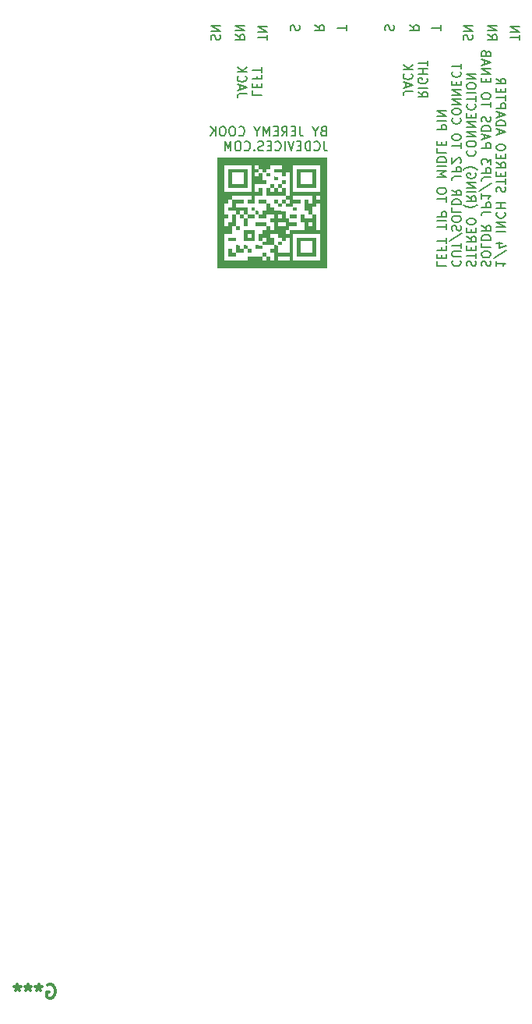
<source format=gbr>
%TF.GenerationSoftware,KiCad,Pcbnew,(6.0.0-0)*%
%TF.CreationDate,2022-03-04T21:17:09-05:00*%
%TF.ProjectId,audio-jack,61756469-6f2d-46a6-9163-6b2e6b696361,rev?*%
%TF.SameCoordinates,Original*%
%TF.FileFunction,Legend,Bot*%
%TF.FilePolarity,Positive*%
%FSLAX46Y46*%
G04 Gerber Fmt 4.6, Leading zero omitted, Abs format (unit mm)*
G04 Created by KiCad (PCBNEW (6.0.0-0)) date 2022-03-04 21:17:09*
%MOMM*%
%LPD*%
G01*
G04 APERTURE LIST*
%ADD10C,0.150000*%
%ADD11C,0.300000*%
G04 APERTURE END LIST*
D10*
X147804238Y-63166523D02*
X147756619Y-63023666D01*
X147756619Y-62785571D01*
X147804238Y-62690333D01*
X147851857Y-62642714D01*
X147947095Y-62595095D01*
X148042333Y-62595095D01*
X148137571Y-62642714D01*
X148185190Y-62690333D01*
X148232809Y-62785571D01*
X148280428Y-62976047D01*
X148328047Y-63071285D01*
X148375666Y-63118904D01*
X148470904Y-63166523D01*
X148566142Y-63166523D01*
X148661380Y-63118904D01*
X148709000Y-63071285D01*
X148756619Y-62976047D01*
X148756619Y-62737952D01*
X148709000Y-62595095D01*
X147756619Y-62166523D02*
X148756619Y-62166523D01*
X147756619Y-61595095D01*
X148756619Y-61595095D01*
X120372238Y-63166523D02*
X120324619Y-63023666D01*
X120324619Y-62785571D01*
X120372238Y-62690333D01*
X120419857Y-62642714D01*
X120515095Y-62595095D01*
X120610333Y-62595095D01*
X120705571Y-62642714D01*
X120753190Y-62690333D01*
X120800809Y-62785571D01*
X120848428Y-62976047D01*
X120896047Y-63071285D01*
X120943666Y-63118904D01*
X121038904Y-63166523D01*
X121134142Y-63166523D01*
X121229380Y-63118904D01*
X121277000Y-63071285D01*
X121324619Y-62976047D01*
X121324619Y-62737952D01*
X121277000Y-62595095D01*
X120324619Y-62166523D02*
X121324619Y-62166523D01*
X120324619Y-61595095D01*
X121324619Y-61595095D01*
X129008238Y-62134714D02*
X128960619Y-61991857D01*
X128960619Y-61753761D01*
X129008238Y-61658523D01*
X129055857Y-61610904D01*
X129151095Y-61563285D01*
X129246333Y-61563285D01*
X129341571Y-61610904D01*
X129389190Y-61658523D01*
X129436809Y-61753761D01*
X129484428Y-61944238D01*
X129532047Y-62039476D01*
X129579666Y-62087095D01*
X129674904Y-62134714D01*
X129770142Y-62134714D01*
X129865380Y-62087095D01*
X129913000Y-62039476D01*
X129960619Y-61944238D01*
X129960619Y-61706142D01*
X129913000Y-61563285D01*
X151357619Y-87151595D02*
X151357619Y-87723023D01*
X151357619Y-87437309D02*
X152357619Y-87437309D01*
X152214761Y-87532547D01*
X152119523Y-87627785D01*
X152071904Y-87723023D01*
X152405238Y-86008738D02*
X151119523Y-86865880D01*
X152024285Y-85246833D02*
X151357619Y-85246833D01*
X152405238Y-85484928D02*
X151690952Y-85723023D01*
X151690952Y-85103976D01*
X151357619Y-83961119D02*
X152357619Y-83961119D01*
X151357619Y-83484928D02*
X152357619Y-83484928D01*
X151357619Y-82913500D01*
X152357619Y-82913500D01*
X151452857Y-81865880D02*
X151405238Y-81913500D01*
X151357619Y-82056357D01*
X151357619Y-82151595D01*
X151405238Y-82294452D01*
X151500476Y-82389690D01*
X151595714Y-82437309D01*
X151786190Y-82484928D01*
X151929047Y-82484928D01*
X152119523Y-82437309D01*
X152214761Y-82389690D01*
X152310000Y-82294452D01*
X152357619Y-82151595D01*
X152357619Y-82056357D01*
X152310000Y-81913500D01*
X152262380Y-81865880D01*
X151357619Y-81437309D02*
X152357619Y-81437309D01*
X151881428Y-81437309D02*
X151881428Y-80865880D01*
X151357619Y-80865880D02*
X152357619Y-80865880D01*
X151405238Y-79675404D02*
X151357619Y-79532547D01*
X151357619Y-79294452D01*
X151405238Y-79199214D01*
X151452857Y-79151595D01*
X151548095Y-79103976D01*
X151643333Y-79103976D01*
X151738571Y-79151595D01*
X151786190Y-79199214D01*
X151833809Y-79294452D01*
X151881428Y-79484928D01*
X151929047Y-79580166D01*
X151976666Y-79627785D01*
X152071904Y-79675404D01*
X152167142Y-79675404D01*
X152262380Y-79627785D01*
X152310000Y-79580166D01*
X152357619Y-79484928D01*
X152357619Y-79246833D01*
X152310000Y-79103976D01*
X152357619Y-78818261D02*
X152357619Y-78246833D01*
X151357619Y-78532547D02*
X152357619Y-78532547D01*
X151881428Y-77913500D02*
X151881428Y-77580166D01*
X151357619Y-77437309D02*
X151357619Y-77913500D01*
X152357619Y-77913500D01*
X152357619Y-77437309D01*
X151357619Y-76437309D02*
X151833809Y-76770642D01*
X151357619Y-77008738D02*
X152357619Y-77008738D01*
X152357619Y-76627785D01*
X152310000Y-76532547D01*
X152262380Y-76484928D01*
X152167142Y-76437309D01*
X152024285Y-76437309D01*
X151929047Y-76484928D01*
X151881428Y-76532547D01*
X151833809Y-76627785D01*
X151833809Y-77008738D01*
X151881428Y-76008738D02*
X151881428Y-75675404D01*
X151357619Y-75532547D02*
X151357619Y-76008738D01*
X152357619Y-76008738D01*
X152357619Y-75532547D01*
X152357619Y-74913500D02*
X152357619Y-74723023D01*
X152310000Y-74627785D01*
X152214761Y-74532547D01*
X152024285Y-74484928D01*
X151690952Y-74484928D01*
X151500476Y-74532547D01*
X151405238Y-74627785D01*
X151357619Y-74723023D01*
X151357619Y-74913500D01*
X151405238Y-75008738D01*
X151500476Y-75103976D01*
X151690952Y-75151595D01*
X152024285Y-75151595D01*
X152214761Y-75103976D01*
X152310000Y-75008738D01*
X152357619Y-74913500D01*
X151643333Y-73342071D02*
X151643333Y-72865880D01*
X151357619Y-73437309D02*
X152357619Y-73103976D01*
X151357619Y-72770642D01*
X151357619Y-72437309D02*
X152357619Y-72437309D01*
X152357619Y-72199214D01*
X152310000Y-72056357D01*
X152214761Y-71961119D01*
X152119523Y-71913500D01*
X151929047Y-71865880D01*
X151786190Y-71865880D01*
X151595714Y-71913500D01*
X151500476Y-71961119D01*
X151405238Y-72056357D01*
X151357619Y-72199214D01*
X151357619Y-72437309D01*
X151643333Y-71484928D02*
X151643333Y-71008738D01*
X151357619Y-71580166D02*
X152357619Y-71246833D01*
X151357619Y-70913500D01*
X151357619Y-70580166D02*
X152357619Y-70580166D01*
X152357619Y-70199214D01*
X152310000Y-70103976D01*
X152262380Y-70056357D01*
X152167142Y-70008738D01*
X152024285Y-70008738D01*
X151929047Y-70056357D01*
X151881428Y-70103976D01*
X151833809Y-70199214D01*
X151833809Y-70580166D01*
X152357619Y-69723023D02*
X152357619Y-69151595D01*
X151357619Y-69437309D02*
X152357619Y-69437309D01*
X151881428Y-68818261D02*
X151881428Y-68484928D01*
X151357619Y-68342071D02*
X151357619Y-68818261D01*
X152357619Y-68818261D01*
X152357619Y-68342071D01*
X151357619Y-67342071D02*
X151833809Y-67675404D01*
X151357619Y-67913500D02*
X152357619Y-67913500D01*
X152357619Y-67532547D01*
X152310000Y-67437309D01*
X152262380Y-67389690D01*
X152167142Y-67342071D01*
X152024285Y-67342071D01*
X151929047Y-67389690D01*
X151881428Y-67437309D01*
X151833809Y-67532547D01*
X151833809Y-67913500D01*
X149795238Y-87723023D02*
X149747619Y-87580166D01*
X149747619Y-87342071D01*
X149795238Y-87246833D01*
X149842857Y-87199214D01*
X149938095Y-87151595D01*
X150033333Y-87151595D01*
X150128571Y-87199214D01*
X150176190Y-87246833D01*
X150223809Y-87342071D01*
X150271428Y-87532547D01*
X150319047Y-87627785D01*
X150366666Y-87675404D01*
X150461904Y-87723023D01*
X150557142Y-87723023D01*
X150652380Y-87675404D01*
X150700000Y-87627785D01*
X150747619Y-87532547D01*
X150747619Y-87294452D01*
X150700000Y-87151595D01*
X150747619Y-86532547D02*
X150747619Y-86342071D01*
X150700000Y-86246833D01*
X150604761Y-86151595D01*
X150414285Y-86103976D01*
X150080952Y-86103976D01*
X149890476Y-86151595D01*
X149795238Y-86246833D01*
X149747619Y-86342071D01*
X149747619Y-86532547D01*
X149795238Y-86627785D01*
X149890476Y-86723023D01*
X150080952Y-86770642D01*
X150414285Y-86770642D01*
X150604761Y-86723023D01*
X150700000Y-86627785D01*
X150747619Y-86532547D01*
X149747619Y-85199214D02*
X149747619Y-85675404D01*
X150747619Y-85675404D01*
X149747619Y-84865880D02*
X150747619Y-84865880D01*
X150747619Y-84627785D01*
X150700000Y-84484928D01*
X150604761Y-84389690D01*
X150509523Y-84342071D01*
X150319047Y-84294452D01*
X150176190Y-84294452D01*
X149985714Y-84342071D01*
X149890476Y-84389690D01*
X149795238Y-84484928D01*
X149747619Y-84627785D01*
X149747619Y-84865880D01*
X149747619Y-83294452D02*
X150223809Y-83627785D01*
X149747619Y-83865880D02*
X150747619Y-83865880D01*
X150747619Y-83484928D01*
X150700000Y-83389690D01*
X150652380Y-83342071D01*
X150557142Y-83294452D01*
X150414285Y-83294452D01*
X150319047Y-83342071D01*
X150271428Y-83389690D01*
X150223809Y-83484928D01*
X150223809Y-83865880D01*
X150747619Y-81818261D02*
X150033333Y-81818261D01*
X149890476Y-81865880D01*
X149795238Y-81961119D01*
X149747619Y-82103976D01*
X149747619Y-82199214D01*
X149747619Y-81342071D02*
X150747619Y-81342071D01*
X150747619Y-80961119D01*
X150700000Y-80865880D01*
X150652380Y-80818261D01*
X150557142Y-80770642D01*
X150414285Y-80770642D01*
X150319047Y-80818261D01*
X150271428Y-80865880D01*
X150223809Y-80961119D01*
X150223809Y-81342071D01*
X149747619Y-79818261D02*
X149747619Y-80389690D01*
X149747619Y-80103976D02*
X150747619Y-80103976D01*
X150604761Y-80199214D01*
X150509523Y-80294452D01*
X150461904Y-80389690D01*
X150795238Y-78675404D02*
X149509523Y-79532547D01*
X150747619Y-78056357D02*
X150033333Y-78056357D01*
X149890476Y-78103976D01*
X149795238Y-78199214D01*
X149747619Y-78342071D01*
X149747619Y-78437309D01*
X149747619Y-77580166D02*
X150747619Y-77580166D01*
X150747619Y-77199214D01*
X150700000Y-77103976D01*
X150652380Y-77056357D01*
X150557142Y-77008738D01*
X150414285Y-77008738D01*
X150319047Y-77056357D01*
X150271428Y-77103976D01*
X150223809Y-77199214D01*
X150223809Y-77580166D01*
X150747619Y-76675404D02*
X150747619Y-76056357D01*
X150366666Y-76389690D01*
X150366666Y-76246833D01*
X150319047Y-76151595D01*
X150271428Y-76103976D01*
X150176190Y-76056357D01*
X149938095Y-76056357D01*
X149842857Y-76103976D01*
X149795238Y-76151595D01*
X149747619Y-76246833D01*
X149747619Y-76532547D01*
X149795238Y-76627785D01*
X149842857Y-76675404D01*
X149747619Y-74865880D02*
X150747619Y-74865880D01*
X150747619Y-74484928D01*
X150700000Y-74389690D01*
X150652380Y-74342071D01*
X150557142Y-74294452D01*
X150414285Y-74294452D01*
X150319047Y-74342071D01*
X150271428Y-74389690D01*
X150223809Y-74484928D01*
X150223809Y-74865880D01*
X150033333Y-73913500D02*
X150033333Y-73437309D01*
X149747619Y-74008738D02*
X150747619Y-73675404D01*
X149747619Y-73342071D01*
X149747619Y-73008738D02*
X150747619Y-73008738D01*
X150747619Y-72770642D01*
X150700000Y-72627785D01*
X150604761Y-72532547D01*
X150509523Y-72484928D01*
X150319047Y-72437309D01*
X150176190Y-72437309D01*
X149985714Y-72484928D01*
X149890476Y-72532547D01*
X149795238Y-72627785D01*
X149747619Y-72770642D01*
X149747619Y-73008738D01*
X149795238Y-72056357D02*
X149747619Y-71913500D01*
X149747619Y-71675404D01*
X149795238Y-71580166D01*
X149842857Y-71532547D01*
X149938095Y-71484928D01*
X150033333Y-71484928D01*
X150128571Y-71532547D01*
X150176190Y-71580166D01*
X150223809Y-71675404D01*
X150271428Y-71865880D01*
X150319047Y-71961119D01*
X150366666Y-72008738D01*
X150461904Y-72056357D01*
X150557142Y-72056357D01*
X150652380Y-72008738D01*
X150700000Y-71961119D01*
X150747619Y-71865880D01*
X150747619Y-71627785D01*
X150700000Y-71484928D01*
X150747619Y-70437309D02*
X150747619Y-69865880D01*
X149747619Y-70151595D02*
X150747619Y-70151595D01*
X150747619Y-69342071D02*
X150747619Y-69151595D01*
X150700000Y-69056357D01*
X150604761Y-68961119D01*
X150414285Y-68913500D01*
X150080952Y-68913500D01*
X149890476Y-68961119D01*
X149795238Y-69056357D01*
X149747619Y-69151595D01*
X149747619Y-69342071D01*
X149795238Y-69437309D01*
X149890476Y-69532547D01*
X150080952Y-69580166D01*
X150414285Y-69580166D01*
X150604761Y-69532547D01*
X150700000Y-69437309D01*
X150747619Y-69342071D01*
X150271428Y-67723023D02*
X150271428Y-67389690D01*
X149747619Y-67246833D02*
X149747619Y-67723023D01*
X150747619Y-67723023D01*
X150747619Y-67246833D01*
X149747619Y-66818261D02*
X150747619Y-66818261D01*
X149747619Y-66246833D01*
X150747619Y-66246833D01*
X150033333Y-65818261D02*
X150033333Y-65342071D01*
X149747619Y-65913500D02*
X150747619Y-65580166D01*
X149747619Y-65246833D01*
X150271428Y-64580166D02*
X150223809Y-64437309D01*
X150176190Y-64389690D01*
X150080952Y-64342071D01*
X149938095Y-64342071D01*
X149842857Y-64389690D01*
X149795238Y-64437309D01*
X149747619Y-64532547D01*
X149747619Y-64913500D01*
X150747619Y-64913500D01*
X150747619Y-64580166D01*
X150700000Y-64484928D01*
X150652380Y-64437309D01*
X150557142Y-64389690D01*
X150461904Y-64389690D01*
X150366666Y-64437309D01*
X150319047Y-64484928D01*
X150271428Y-64580166D01*
X150271428Y-64913500D01*
X148185238Y-87723023D02*
X148137619Y-87580166D01*
X148137619Y-87342071D01*
X148185238Y-87246833D01*
X148232857Y-87199214D01*
X148328095Y-87151595D01*
X148423333Y-87151595D01*
X148518571Y-87199214D01*
X148566190Y-87246833D01*
X148613809Y-87342071D01*
X148661428Y-87532547D01*
X148709047Y-87627785D01*
X148756666Y-87675404D01*
X148851904Y-87723023D01*
X148947142Y-87723023D01*
X149042380Y-87675404D01*
X149090000Y-87627785D01*
X149137619Y-87532547D01*
X149137619Y-87294452D01*
X149090000Y-87151595D01*
X149137619Y-86865880D02*
X149137619Y-86294452D01*
X148137619Y-86580166D02*
X149137619Y-86580166D01*
X148661428Y-85961119D02*
X148661428Y-85627785D01*
X148137619Y-85484928D02*
X148137619Y-85961119D01*
X149137619Y-85961119D01*
X149137619Y-85484928D01*
X148137619Y-84484928D02*
X148613809Y-84818261D01*
X148137619Y-85056357D02*
X149137619Y-85056357D01*
X149137619Y-84675404D01*
X149090000Y-84580166D01*
X149042380Y-84532547D01*
X148947142Y-84484928D01*
X148804285Y-84484928D01*
X148709047Y-84532547D01*
X148661428Y-84580166D01*
X148613809Y-84675404D01*
X148613809Y-85056357D01*
X148661428Y-84056357D02*
X148661428Y-83723023D01*
X148137619Y-83580166D02*
X148137619Y-84056357D01*
X149137619Y-84056357D01*
X149137619Y-83580166D01*
X149137619Y-82961119D02*
X149137619Y-82770642D01*
X149090000Y-82675404D01*
X148994761Y-82580166D01*
X148804285Y-82532547D01*
X148470952Y-82532547D01*
X148280476Y-82580166D01*
X148185238Y-82675404D01*
X148137619Y-82770642D01*
X148137619Y-82961119D01*
X148185238Y-83056357D01*
X148280476Y-83151595D01*
X148470952Y-83199214D01*
X148804285Y-83199214D01*
X148994761Y-83151595D01*
X149090000Y-83056357D01*
X149137619Y-82961119D01*
X147756666Y-81056357D02*
X147804285Y-81103976D01*
X147947142Y-81199214D01*
X148042380Y-81246833D01*
X148185238Y-81294452D01*
X148423333Y-81342071D01*
X148613809Y-81342071D01*
X148851904Y-81294452D01*
X148994761Y-81246833D01*
X149090000Y-81199214D01*
X149232857Y-81103976D01*
X149280476Y-81056357D01*
X148137619Y-80103976D02*
X148613809Y-80437309D01*
X148137619Y-80675404D02*
X149137619Y-80675404D01*
X149137619Y-80294452D01*
X149090000Y-80199214D01*
X149042380Y-80151595D01*
X148947142Y-80103976D01*
X148804285Y-80103976D01*
X148709047Y-80151595D01*
X148661428Y-80199214D01*
X148613809Y-80294452D01*
X148613809Y-80675404D01*
X148137619Y-79675404D02*
X149137619Y-79675404D01*
X148137619Y-79199214D02*
X149137619Y-79199214D01*
X148137619Y-78627785D01*
X149137619Y-78627785D01*
X149090000Y-77627785D02*
X149137619Y-77723023D01*
X149137619Y-77865880D01*
X149090000Y-78008738D01*
X148994761Y-78103976D01*
X148899523Y-78151595D01*
X148709047Y-78199214D01*
X148566190Y-78199214D01*
X148375714Y-78151595D01*
X148280476Y-78103976D01*
X148185238Y-78008738D01*
X148137619Y-77865880D01*
X148137619Y-77770642D01*
X148185238Y-77627785D01*
X148232857Y-77580166D01*
X148566190Y-77580166D01*
X148566190Y-77770642D01*
X147756666Y-77246833D02*
X147804285Y-77199214D01*
X147947142Y-77103976D01*
X148042380Y-77056357D01*
X148185238Y-77008738D01*
X148423333Y-76961119D01*
X148613809Y-76961119D01*
X148851904Y-77008738D01*
X148994761Y-77056357D01*
X149090000Y-77103976D01*
X149232857Y-77199214D01*
X149280476Y-77246833D01*
X148232857Y-75151595D02*
X148185238Y-75199214D01*
X148137619Y-75342071D01*
X148137619Y-75437309D01*
X148185238Y-75580166D01*
X148280476Y-75675404D01*
X148375714Y-75723023D01*
X148566190Y-75770642D01*
X148709047Y-75770642D01*
X148899523Y-75723023D01*
X148994761Y-75675404D01*
X149090000Y-75580166D01*
X149137619Y-75437309D01*
X149137619Y-75342071D01*
X149090000Y-75199214D01*
X149042380Y-75151595D01*
X149137619Y-74532547D02*
X149137619Y-74342071D01*
X149090000Y-74246833D01*
X148994761Y-74151595D01*
X148804285Y-74103976D01*
X148470952Y-74103976D01*
X148280476Y-74151595D01*
X148185238Y-74246833D01*
X148137619Y-74342071D01*
X148137619Y-74532547D01*
X148185238Y-74627785D01*
X148280476Y-74723023D01*
X148470952Y-74770642D01*
X148804285Y-74770642D01*
X148994761Y-74723023D01*
X149090000Y-74627785D01*
X149137619Y-74532547D01*
X148137619Y-73675404D02*
X149137619Y-73675404D01*
X148137619Y-73103976D01*
X149137619Y-73103976D01*
X148137619Y-72627785D02*
X149137619Y-72627785D01*
X148137619Y-72056357D01*
X149137619Y-72056357D01*
X148661428Y-71580166D02*
X148661428Y-71246833D01*
X148137619Y-71103976D02*
X148137619Y-71580166D01*
X149137619Y-71580166D01*
X149137619Y-71103976D01*
X148232857Y-70103976D02*
X148185238Y-70151595D01*
X148137619Y-70294452D01*
X148137619Y-70389690D01*
X148185238Y-70532547D01*
X148280476Y-70627785D01*
X148375714Y-70675404D01*
X148566190Y-70723023D01*
X148709047Y-70723023D01*
X148899523Y-70675404D01*
X148994761Y-70627785D01*
X149090000Y-70532547D01*
X149137619Y-70389690D01*
X149137619Y-70294452D01*
X149090000Y-70151595D01*
X149042380Y-70103976D01*
X149137619Y-69818261D02*
X149137619Y-69246833D01*
X148137619Y-69532547D02*
X149137619Y-69532547D01*
X148137619Y-68913500D02*
X149137619Y-68913500D01*
X149137619Y-68246833D02*
X149137619Y-68056357D01*
X149090000Y-67961119D01*
X148994761Y-67865880D01*
X148804285Y-67818261D01*
X148470952Y-67818261D01*
X148280476Y-67865880D01*
X148185238Y-67961119D01*
X148137619Y-68056357D01*
X148137619Y-68246833D01*
X148185238Y-68342071D01*
X148280476Y-68437309D01*
X148470952Y-68484928D01*
X148804285Y-68484928D01*
X148994761Y-68437309D01*
X149090000Y-68342071D01*
X149137619Y-68246833D01*
X148137619Y-67389690D02*
X149137619Y-67389690D01*
X148137619Y-66818261D01*
X149137619Y-66818261D01*
X146622857Y-87103976D02*
X146575238Y-87151595D01*
X146527619Y-87294452D01*
X146527619Y-87389690D01*
X146575238Y-87532547D01*
X146670476Y-87627785D01*
X146765714Y-87675404D01*
X146956190Y-87723023D01*
X147099047Y-87723023D01*
X147289523Y-87675404D01*
X147384761Y-87627785D01*
X147480000Y-87532547D01*
X147527619Y-87389690D01*
X147527619Y-87294452D01*
X147480000Y-87151595D01*
X147432380Y-87103976D01*
X147527619Y-86675404D02*
X146718095Y-86675404D01*
X146622857Y-86627785D01*
X146575238Y-86580166D01*
X146527619Y-86484928D01*
X146527619Y-86294452D01*
X146575238Y-86199214D01*
X146622857Y-86151595D01*
X146718095Y-86103976D01*
X147527619Y-86103976D01*
X147527619Y-85770642D02*
X147527619Y-85199214D01*
X146527619Y-85484928D02*
X147527619Y-85484928D01*
X147575238Y-84151595D02*
X146289523Y-85008738D01*
X146575238Y-83865880D02*
X146527619Y-83723023D01*
X146527619Y-83484928D01*
X146575238Y-83389690D01*
X146622857Y-83342071D01*
X146718095Y-83294452D01*
X146813333Y-83294452D01*
X146908571Y-83342071D01*
X146956190Y-83389690D01*
X147003809Y-83484928D01*
X147051428Y-83675404D01*
X147099047Y-83770642D01*
X147146666Y-83818261D01*
X147241904Y-83865880D01*
X147337142Y-83865880D01*
X147432380Y-83818261D01*
X147480000Y-83770642D01*
X147527619Y-83675404D01*
X147527619Y-83437309D01*
X147480000Y-83294452D01*
X147527619Y-82675404D02*
X147527619Y-82484928D01*
X147480000Y-82389690D01*
X147384761Y-82294452D01*
X147194285Y-82246833D01*
X146860952Y-82246833D01*
X146670476Y-82294452D01*
X146575238Y-82389690D01*
X146527619Y-82484928D01*
X146527619Y-82675404D01*
X146575238Y-82770642D01*
X146670476Y-82865880D01*
X146860952Y-82913500D01*
X147194285Y-82913500D01*
X147384761Y-82865880D01*
X147480000Y-82770642D01*
X147527619Y-82675404D01*
X146527619Y-81342071D02*
X146527619Y-81818261D01*
X147527619Y-81818261D01*
X146527619Y-81008738D02*
X147527619Y-81008738D01*
X147527619Y-80770642D01*
X147480000Y-80627785D01*
X147384761Y-80532547D01*
X147289523Y-80484928D01*
X147099047Y-80437309D01*
X146956190Y-80437309D01*
X146765714Y-80484928D01*
X146670476Y-80532547D01*
X146575238Y-80627785D01*
X146527619Y-80770642D01*
X146527619Y-81008738D01*
X146527619Y-79437309D02*
X147003809Y-79770642D01*
X146527619Y-80008738D02*
X147527619Y-80008738D01*
X147527619Y-79627785D01*
X147480000Y-79532547D01*
X147432380Y-79484928D01*
X147337142Y-79437309D01*
X147194285Y-79437309D01*
X147099047Y-79484928D01*
X147051428Y-79532547D01*
X147003809Y-79627785D01*
X147003809Y-80008738D01*
X147527619Y-77961119D02*
X146813333Y-77961119D01*
X146670476Y-78008738D01*
X146575238Y-78103976D01*
X146527619Y-78246833D01*
X146527619Y-78342071D01*
X146527619Y-77484928D02*
X147527619Y-77484928D01*
X147527619Y-77103976D01*
X147480000Y-77008738D01*
X147432380Y-76961119D01*
X147337142Y-76913500D01*
X147194285Y-76913500D01*
X147099047Y-76961119D01*
X147051428Y-77008738D01*
X147003809Y-77103976D01*
X147003809Y-77484928D01*
X147432380Y-76532547D02*
X147480000Y-76484928D01*
X147527619Y-76389690D01*
X147527619Y-76151595D01*
X147480000Y-76056357D01*
X147432380Y-76008738D01*
X147337142Y-75961119D01*
X147241904Y-75961119D01*
X147099047Y-76008738D01*
X146527619Y-76580166D01*
X146527619Y-75961119D01*
X147527619Y-74913500D02*
X147527619Y-74342071D01*
X146527619Y-74627785D02*
X147527619Y-74627785D01*
X147527619Y-73818261D02*
X147527619Y-73627785D01*
X147480000Y-73532547D01*
X147384761Y-73437309D01*
X147194285Y-73389690D01*
X146860952Y-73389690D01*
X146670476Y-73437309D01*
X146575238Y-73532547D01*
X146527619Y-73627785D01*
X146527619Y-73818261D01*
X146575238Y-73913500D01*
X146670476Y-74008738D01*
X146860952Y-74056357D01*
X147194285Y-74056357D01*
X147384761Y-74008738D01*
X147480000Y-73913500D01*
X147527619Y-73818261D01*
X146622857Y-71627785D02*
X146575238Y-71675404D01*
X146527619Y-71818261D01*
X146527619Y-71913500D01*
X146575238Y-72056357D01*
X146670476Y-72151595D01*
X146765714Y-72199214D01*
X146956190Y-72246833D01*
X147099047Y-72246833D01*
X147289523Y-72199214D01*
X147384761Y-72151595D01*
X147480000Y-72056357D01*
X147527619Y-71913500D01*
X147527619Y-71818261D01*
X147480000Y-71675404D01*
X147432380Y-71627785D01*
X147527619Y-71008738D02*
X147527619Y-70818261D01*
X147480000Y-70723023D01*
X147384761Y-70627785D01*
X147194285Y-70580166D01*
X146860952Y-70580166D01*
X146670476Y-70627785D01*
X146575238Y-70723023D01*
X146527619Y-70818261D01*
X146527619Y-71008738D01*
X146575238Y-71103976D01*
X146670476Y-71199214D01*
X146860952Y-71246833D01*
X147194285Y-71246833D01*
X147384761Y-71199214D01*
X147480000Y-71103976D01*
X147527619Y-71008738D01*
X146527619Y-70151595D02*
X147527619Y-70151595D01*
X146527619Y-69580166D01*
X147527619Y-69580166D01*
X146527619Y-69103976D02*
X147527619Y-69103976D01*
X146527619Y-68532547D01*
X147527619Y-68532547D01*
X147051428Y-68056357D02*
X147051428Y-67723023D01*
X146527619Y-67580166D02*
X146527619Y-68056357D01*
X147527619Y-68056357D01*
X147527619Y-67580166D01*
X146622857Y-66580166D02*
X146575238Y-66627785D01*
X146527619Y-66770642D01*
X146527619Y-66865880D01*
X146575238Y-67008738D01*
X146670476Y-67103976D01*
X146765714Y-67151595D01*
X146956190Y-67199214D01*
X147099047Y-67199214D01*
X147289523Y-67151595D01*
X147384761Y-67103976D01*
X147480000Y-67008738D01*
X147527619Y-66865880D01*
X147527619Y-66770642D01*
X147480000Y-66627785D01*
X147432380Y-66580166D01*
X147527619Y-66294452D02*
X147527619Y-65723023D01*
X146527619Y-66008738D02*
X147527619Y-66008738D01*
X144917619Y-87199214D02*
X144917619Y-87675404D01*
X145917619Y-87675404D01*
X145441428Y-86865880D02*
X145441428Y-86532547D01*
X144917619Y-86389690D02*
X144917619Y-86865880D01*
X145917619Y-86865880D01*
X145917619Y-86389690D01*
X145441428Y-85627785D02*
X145441428Y-85961119D01*
X144917619Y-85961119D02*
X145917619Y-85961119D01*
X145917619Y-85484928D01*
X145917619Y-85246833D02*
X145917619Y-84675404D01*
X144917619Y-84961119D02*
X145917619Y-84961119D01*
X145917619Y-83723023D02*
X145917619Y-83151595D01*
X144917619Y-83437309D02*
X145917619Y-83437309D01*
X144917619Y-82818261D02*
X145917619Y-82818261D01*
X144917619Y-82342071D02*
X145917619Y-82342071D01*
X145917619Y-81961119D01*
X145870000Y-81865880D01*
X145822380Y-81818261D01*
X145727142Y-81770642D01*
X145584285Y-81770642D01*
X145489047Y-81818261D01*
X145441428Y-81865880D01*
X145393809Y-81961119D01*
X145393809Y-82342071D01*
X145917619Y-80723023D02*
X145917619Y-80151595D01*
X144917619Y-80437309D02*
X145917619Y-80437309D01*
X145917619Y-79627785D02*
X145917619Y-79437309D01*
X145870000Y-79342071D01*
X145774761Y-79246833D01*
X145584285Y-79199214D01*
X145250952Y-79199214D01*
X145060476Y-79246833D01*
X144965238Y-79342071D01*
X144917619Y-79437309D01*
X144917619Y-79627785D01*
X144965238Y-79723023D01*
X145060476Y-79818261D01*
X145250952Y-79865880D01*
X145584285Y-79865880D01*
X145774761Y-79818261D01*
X145870000Y-79723023D01*
X145917619Y-79627785D01*
X144917619Y-78008738D02*
X145917619Y-78008738D01*
X145203333Y-77675404D01*
X145917619Y-77342071D01*
X144917619Y-77342071D01*
X144917619Y-76865880D02*
X145917619Y-76865880D01*
X144917619Y-76389690D02*
X145917619Y-76389690D01*
X145917619Y-76151595D01*
X145870000Y-76008738D01*
X145774761Y-75913500D01*
X145679523Y-75865880D01*
X145489047Y-75818261D01*
X145346190Y-75818261D01*
X145155714Y-75865880D01*
X145060476Y-75913500D01*
X144965238Y-76008738D01*
X144917619Y-76151595D01*
X144917619Y-76389690D01*
X144917619Y-74913500D02*
X144917619Y-75389690D01*
X145917619Y-75389690D01*
X145441428Y-74580166D02*
X145441428Y-74246833D01*
X144917619Y-74103976D02*
X144917619Y-74580166D01*
X145917619Y-74580166D01*
X145917619Y-74103976D01*
X144917619Y-72913500D02*
X145917619Y-72913500D01*
X145917619Y-72532547D01*
X145870000Y-72437309D01*
X145822380Y-72389690D01*
X145727142Y-72342071D01*
X145584285Y-72342071D01*
X145489047Y-72389690D01*
X145441428Y-72437309D01*
X145393809Y-72532547D01*
X145393809Y-72913500D01*
X144917619Y-71913500D02*
X145917619Y-71913500D01*
X144917619Y-71437309D02*
X145917619Y-71437309D01*
X144917619Y-70865880D01*
X145917619Y-70865880D01*
X141914619Y-61539476D02*
X142390809Y-61872809D01*
X141914619Y-62110904D02*
X142914619Y-62110904D01*
X142914619Y-61729952D01*
X142867000Y-61634714D01*
X142819380Y-61587095D01*
X142724142Y-61539476D01*
X142581285Y-61539476D01*
X142486047Y-61587095D01*
X142438428Y-61634714D01*
X142390809Y-61729952D01*
X142390809Y-62110904D01*
X139295238Y-62134714D02*
X139247619Y-61991857D01*
X139247619Y-61753761D01*
X139295238Y-61658523D01*
X139342857Y-61610904D01*
X139438095Y-61563285D01*
X139533333Y-61563285D01*
X139628571Y-61610904D01*
X139676190Y-61658523D01*
X139723809Y-61753761D01*
X139771428Y-61944238D01*
X139819047Y-62039476D01*
X139866666Y-62087095D01*
X139961904Y-62134714D01*
X140057142Y-62134714D01*
X140152380Y-62087095D01*
X140200000Y-62039476D01*
X140247619Y-61944238D01*
X140247619Y-61706142D01*
X140200000Y-61563285D01*
X153836619Y-63166523D02*
X153836619Y-62595095D01*
X152836619Y-62880809D02*
X153836619Y-62880809D01*
X152836619Y-62261761D02*
X153836619Y-62261761D01*
X152836619Y-61690333D01*
X153836619Y-61690333D01*
X124812619Y-68643380D02*
X124812619Y-69119571D01*
X125812619Y-69119571D01*
X125336428Y-68310047D02*
X125336428Y-67976714D01*
X124812619Y-67833857D02*
X124812619Y-68310047D01*
X125812619Y-68310047D01*
X125812619Y-67833857D01*
X125336428Y-67071952D02*
X125336428Y-67405285D01*
X124812619Y-67405285D02*
X125812619Y-67405285D01*
X125812619Y-66929095D01*
X125812619Y-66691000D02*
X125812619Y-66119571D01*
X124812619Y-66405285D02*
X125812619Y-66405285D01*
X124202619Y-68976714D02*
X123488333Y-68976714D01*
X123345476Y-69024333D01*
X123250238Y-69119571D01*
X123202619Y-69262428D01*
X123202619Y-69357666D01*
X123488333Y-68548142D02*
X123488333Y-68071952D01*
X123202619Y-68643380D02*
X124202619Y-68310047D01*
X123202619Y-67976714D01*
X123297857Y-67071952D02*
X123250238Y-67119571D01*
X123202619Y-67262428D01*
X123202619Y-67357666D01*
X123250238Y-67500523D01*
X123345476Y-67595761D01*
X123440714Y-67643380D01*
X123631190Y-67691000D01*
X123774047Y-67691000D01*
X123964523Y-67643380D01*
X124059761Y-67595761D01*
X124155000Y-67500523D01*
X124202619Y-67357666D01*
X124202619Y-67262428D01*
X124155000Y-67119571D01*
X124107380Y-67071952D01*
X123202619Y-66643380D02*
X124202619Y-66643380D01*
X123202619Y-66071952D02*
X123774047Y-66500523D01*
X124202619Y-66071952D02*
X123631190Y-66643380D01*
X142846619Y-68770333D02*
X143322809Y-69103666D01*
X142846619Y-69341761D02*
X143846619Y-69341761D01*
X143846619Y-68960809D01*
X143799000Y-68865571D01*
X143751380Y-68817952D01*
X143656142Y-68770333D01*
X143513285Y-68770333D01*
X143418047Y-68817952D01*
X143370428Y-68865571D01*
X143322809Y-68960809D01*
X143322809Y-69341761D01*
X142846619Y-68341761D02*
X143846619Y-68341761D01*
X143799000Y-67341761D02*
X143846619Y-67437000D01*
X143846619Y-67579857D01*
X143799000Y-67722714D01*
X143703761Y-67817952D01*
X143608523Y-67865571D01*
X143418047Y-67913190D01*
X143275190Y-67913190D01*
X143084714Y-67865571D01*
X142989476Y-67817952D01*
X142894238Y-67722714D01*
X142846619Y-67579857D01*
X142846619Y-67484619D01*
X142894238Y-67341761D01*
X142941857Y-67294142D01*
X143275190Y-67294142D01*
X143275190Y-67484619D01*
X142846619Y-66865571D02*
X143846619Y-66865571D01*
X143370428Y-66865571D02*
X143370428Y-66294142D01*
X142846619Y-66294142D02*
X143846619Y-66294142D01*
X143846619Y-65960809D02*
X143846619Y-65389380D01*
X142846619Y-65675095D02*
X143846619Y-65675095D01*
X142236619Y-68722714D02*
X141522333Y-68722714D01*
X141379476Y-68770333D01*
X141284238Y-68865571D01*
X141236619Y-69008428D01*
X141236619Y-69103666D01*
X141522333Y-68294142D02*
X141522333Y-67817952D01*
X141236619Y-68389380D02*
X142236619Y-68056047D01*
X141236619Y-67722714D01*
X141331857Y-66817952D02*
X141284238Y-66865571D01*
X141236619Y-67008428D01*
X141236619Y-67103666D01*
X141284238Y-67246523D01*
X141379476Y-67341761D01*
X141474714Y-67389380D01*
X141665190Y-67437000D01*
X141808047Y-67437000D01*
X141998523Y-67389380D01*
X142093761Y-67341761D01*
X142189000Y-67246523D01*
X142236619Y-67103666D01*
X142236619Y-67008428D01*
X142189000Y-66865571D01*
X142141380Y-66817952D01*
X141236619Y-66389380D02*
X142236619Y-66389380D01*
X141236619Y-65817952D02*
X141808047Y-66246523D01*
X142236619Y-65817952D02*
X141665190Y-66389380D01*
X150423619Y-62571285D02*
X150899809Y-62904619D01*
X150423619Y-63142714D02*
X151423619Y-63142714D01*
X151423619Y-62761761D01*
X151376000Y-62666523D01*
X151328380Y-62618904D01*
X151233142Y-62571285D01*
X151090285Y-62571285D01*
X150995047Y-62618904D01*
X150947428Y-62666523D01*
X150899809Y-62761761D01*
X150899809Y-63142714D01*
X150423619Y-62142714D02*
X151423619Y-62142714D01*
X150423619Y-61571285D01*
X151423619Y-61571285D01*
X135040619Y-62134714D02*
X135040619Y-61563285D01*
X134040619Y-61849000D02*
X135040619Y-61849000D01*
X131627619Y-61539476D02*
X132103809Y-61872809D01*
X131627619Y-62110904D02*
X132627619Y-62110904D01*
X132627619Y-61729952D01*
X132580000Y-61634714D01*
X132532380Y-61587095D01*
X132437142Y-61539476D01*
X132294285Y-61539476D01*
X132199047Y-61587095D01*
X132151428Y-61634714D01*
X132103809Y-61729952D01*
X132103809Y-62110904D01*
X145327619Y-62134714D02*
X145327619Y-61563285D01*
X144327619Y-61849000D02*
X145327619Y-61849000D01*
X122991619Y-62571285D02*
X123467809Y-62904619D01*
X122991619Y-63142714D02*
X123991619Y-63142714D01*
X123991619Y-62761761D01*
X123944000Y-62666523D01*
X123896380Y-62618904D01*
X123801142Y-62571285D01*
X123658285Y-62571285D01*
X123563047Y-62618904D01*
X123515428Y-62666523D01*
X123467809Y-62761761D01*
X123467809Y-63142714D01*
X122991619Y-62142714D02*
X123991619Y-62142714D01*
X122991619Y-61571285D01*
X123991619Y-61571285D01*
X126404619Y-63166523D02*
X126404619Y-62595095D01*
X125404619Y-62880809D02*
X126404619Y-62880809D01*
X125404619Y-62261761D02*
X126404619Y-62261761D01*
X125404619Y-61690333D01*
X126404619Y-61690333D01*
X132554071Y-73037571D02*
X132411214Y-73085190D01*
X132363595Y-73132809D01*
X132315976Y-73228047D01*
X132315976Y-73370904D01*
X132363595Y-73466142D01*
X132411214Y-73513761D01*
X132506452Y-73561380D01*
X132887404Y-73561380D01*
X132887404Y-72561380D01*
X132554071Y-72561380D01*
X132458833Y-72609000D01*
X132411214Y-72656619D01*
X132363595Y-72751857D01*
X132363595Y-72847095D01*
X132411214Y-72942333D01*
X132458833Y-72989952D01*
X132554071Y-73037571D01*
X132887404Y-73037571D01*
X131696928Y-73085190D02*
X131696928Y-73561380D01*
X132030261Y-72561380D02*
X131696928Y-73085190D01*
X131363595Y-72561380D01*
X129982642Y-72561380D02*
X129982642Y-73275666D01*
X130030261Y-73418523D01*
X130125500Y-73513761D01*
X130268357Y-73561380D01*
X130363595Y-73561380D01*
X129506452Y-73037571D02*
X129173119Y-73037571D01*
X129030261Y-73561380D02*
X129506452Y-73561380D01*
X129506452Y-72561380D01*
X129030261Y-72561380D01*
X128030261Y-73561380D02*
X128363595Y-73085190D01*
X128601690Y-73561380D02*
X128601690Y-72561380D01*
X128220738Y-72561380D01*
X128125500Y-72609000D01*
X128077880Y-72656619D01*
X128030261Y-72751857D01*
X128030261Y-72894714D01*
X128077880Y-72989952D01*
X128125500Y-73037571D01*
X128220738Y-73085190D01*
X128601690Y-73085190D01*
X127601690Y-73037571D02*
X127268357Y-73037571D01*
X127125500Y-73561380D02*
X127601690Y-73561380D01*
X127601690Y-72561380D01*
X127125500Y-72561380D01*
X126696928Y-73561380D02*
X126696928Y-72561380D01*
X126363595Y-73275666D01*
X126030261Y-72561380D01*
X126030261Y-73561380D01*
X125363595Y-73085190D02*
X125363595Y-73561380D01*
X125696928Y-72561380D02*
X125363595Y-73085190D01*
X125030261Y-72561380D01*
X123363595Y-73466142D02*
X123411214Y-73513761D01*
X123554071Y-73561380D01*
X123649309Y-73561380D01*
X123792166Y-73513761D01*
X123887404Y-73418523D01*
X123935023Y-73323285D01*
X123982642Y-73132809D01*
X123982642Y-72989952D01*
X123935023Y-72799476D01*
X123887404Y-72704238D01*
X123792166Y-72609000D01*
X123649309Y-72561380D01*
X123554071Y-72561380D01*
X123411214Y-72609000D01*
X123363595Y-72656619D01*
X122744547Y-72561380D02*
X122554071Y-72561380D01*
X122458833Y-72609000D01*
X122363595Y-72704238D01*
X122315976Y-72894714D01*
X122315976Y-73228047D01*
X122363595Y-73418523D01*
X122458833Y-73513761D01*
X122554071Y-73561380D01*
X122744547Y-73561380D01*
X122839785Y-73513761D01*
X122935023Y-73418523D01*
X122982642Y-73228047D01*
X122982642Y-72894714D01*
X122935023Y-72704238D01*
X122839785Y-72609000D01*
X122744547Y-72561380D01*
X121696928Y-72561380D02*
X121506452Y-72561380D01*
X121411214Y-72609000D01*
X121315976Y-72704238D01*
X121268357Y-72894714D01*
X121268357Y-73228047D01*
X121315976Y-73418523D01*
X121411214Y-73513761D01*
X121506452Y-73561380D01*
X121696928Y-73561380D01*
X121792166Y-73513761D01*
X121887404Y-73418523D01*
X121935023Y-73228047D01*
X121935023Y-72894714D01*
X121887404Y-72704238D01*
X121792166Y-72609000D01*
X121696928Y-72561380D01*
X120839785Y-73561380D02*
X120839785Y-72561380D01*
X120268357Y-73561380D02*
X120696928Y-72989952D01*
X120268357Y-72561380D02*
X120839785Y-73132809D01*
X132601690Y-74171380D02*
X132601690Y-74885666D01*
X132649309Y-75028523D01*
X132744547Y-75123761D01*
X132887404Y-75171380D01*
X132982642Y-75171380D01*
X131554071Y-75076142D02*
X131601690Y-75123761D01*
X131744547Y-75171380D01*
X131839785Y-75171380D01*
X131982642Y-75123761D01*
X132077880Y-75028523D01*
X132125500Y-74933285D01*
X132173119Y-74742809D01*
X132173119Y-74599952D01*
X132125500Y-74409476D01*
X132077880Y-74314238D01*
X131982642Y-74219000D01*
X131839785Y-74171380D01*
X131744547Y-74171380D01*
X131601690Y-74219000D01*
X131554071Y-74266619D01*
X131125500Y-75171380D02*
X131125500Y-74171380D01*
X130887404Y-74171380D01*
X130744547Y-74219000D01*
X130649309Y-74314238D01*
X130601690Y-74409476D01*
X130554071Y-74599952D01*
X130554071Y-74742809D01*
X130601690Y-74933285D01*
X130649309Y-75028523D01*
X130744547Y-75123761D01*
X130887404Y-75171380D01*
X131125500Y-75171380D01*
X130125500Y-74647571D02*
X129792166Y-74647571D01*
X129649309Y-75171380D02*
X130125500Y-75171380D01*
X130125500Y-74171380D01*
X129649309Y-74171380D01*
X129363595Y-74171380D02*
X129030261Y-75171380D01*
X128696928Y-74171380D01*
X128363595Y-75171380D02*
X128363595Y-74171380D01*
X127315976Y-75076142D02*
X127363595Y-75123761D01*
X127506452Y-75171380D01*
X127601690Y-75171380D01*
X127744547Y-75123761D01*
X127839785Y-75028523D01*
X127887404Y-74933285D01*
X127935023Y-74742809D01*
X127935023Y-74599952D01*
X127887404Y-74409476D01*
X127839785Y-74314238D01*
X127744547Y-74219000D01*
X127601690Y-74171380D01*
X127506452Y-74171380D01*
X127363595Y-74219000D01*
X127315976Y-74266619D01*
X126887404Y-74647571D02*
X126554071Y-74647571D01*
X126411214Y-75171380D02*
X126887404Y-75171380D01*
X126887404Y-74171380D01*
X126411214Y-74171380D01*
X126030261Y-75123761D02*
X125887404Y-75171380D01*
X125649309Y-75171380D01*
X125554071Y-75123761D01*
X125506452Y-75076142D01*
X125458833Y-74980904D01*
X125458833Y-74885666D01*
X125506452Y-74790428D01*
X125554071Y-74742809D01*
X125649309Y-74695190D01*
X125839785Y-74647571D01*
X125935023Y-74599952D01*
X125982642Y-74552333D01*
X126030261Y-74457095D01*
X126030261Y-74361857D01*
X125982642Y-74266619D01*
X125935023Y-74219000D01*
X125839785Y-74171380D01*
X125601690Y-74171380D01*
X125458833Y-74219000D01*
X125030261Y-75076142D02*
X124982642Y-75123761D01*
X125030261Y-75171380D01*
X125077880Y-75123761D01*
X125030261Y-75076142D01*
X125030261Y-75171380D01*
X123982642Y-75076142D02*
X124030261Y-75123761D01*
X124173119Y-75171380D01*
X124268357Y-75171380D01*
X124411214Y-75123761D01*
X124506452Y-75028523D01*
X124554071Y-74933285D01*
X124601690Y-74742809D01*
X124601690Y-74599952D01*
X124554071Y-74409476D01*
X124506452Y-74314238D01*
X124411214Y-74219000D01*
X124268357Y-74171380D01*
X124173119Y-74171380D01*
X124030261Y-74219000D01*
X123982642Y-74266619D01*
X123363595Y-74171380D02*
X123173119Y-74171380D01*
X123077880Y-74219000D01*
X122982642Y-74314238D01*
X122935023Y-74504714D01*
X122935023Y-74838047D01*
X122982642Y-75028523D01*
X123077880Y-75123761D01*
X123173119Y-75171380D01*
X123363595Y-75171380D01*
X123458833Y-75123761D01*
X123554071Y-75028523D01*
X123601690Y-74838047D01*
X123601690Y-74504714D01*
X123554071Y-74314238D01*
X123458833Y-74219000D01*
X123363595Y-74171380D01*
X122506452Y-75171380D02*
X122506452Y-74171380D01*
X122173119Y-74885666D01*
X121839785Y-74171380D01*
X121839785Y-75171380D01*
D11*
%TO.C,G\u002A\u002A\u002A*%
X102561571Y-165735000D02*
X102706714Y-165662428D01*
X102924428Y-165662428D01*
X103142142Y-165735000D01*
X103287285Y-165880142D01*
X103359857Y-166025285D01*
X103432428Y-166315571D01*
X103432428Y-166533285D01*
X103359857Y-166823571D01*
X103287285Y-166968714D01*
X103142142Y-167113857D01*
X102924428Y-167186428D01*
X102779285Y-167186428D01*
X102561571Y-167113857D01*
X102489000Y-167041285D01*
X102489000Y-166533285D01*
X102779285Y-166533285D01*
X101618142Y-165662428D02*
X101618142Y-166025285D01*
X101981000Y-165880142D02*
X101618142Y-166025285D01*
X101255285Y-165880142D01*
X101835857Y-166315571D02*
X101618142Y-166025285D01*
X101400428Y-166315571D01*
X100457000Y-165662428D02*
X100457000Y-166025285D01*
X100819857Y-165880142D02*
X100457000Y-166025285D01*
X100094142Y-165880142D01*
X100674714Y-166315571D02*
X100457000Y-166025285D01*
X100239285Y-166315571D01*
X99295857Y-165662428D02*
X99295857Y-166025285D01*
X99658714Y-165880142D02*
X99295857Y-166025285D01*
X98933000Y-165880142D01*
X99513571Y-166315571D02*
X99295857Y-166025285D01*
X99078142Y-166315571D01*
G36*
X120999185Y-87915815D02*
G01*
X120999185Y-82911095D01*
X121815427Y-82911095D01*
X121815435Y-83000921D01*
X121815761Y-83087172D01*
X121816405Y-83163014D01*
X121818859Y-83372095D01*
X122240733Y-83372095D01*
X122240733Y-82958245D01*
X122654582Y-82958245D01*
X122654582Y-82130229D01*
X122855041Y-82132543D01*
X123055499Y-82134858D01*
X123057533Y-82749165D01*
X123059568Y-83363473D01*
X122645960Y-83363473D01*
X122645535Y-83572553D01*
X122645527Y-83576735D01*
X122645442Y-83652927D01*
X122645447Y-83738695D01*
X122645536Y-83827333D01*
X122645702Y-83912137D01*
X122645940Y-83986402D01*
X122646769Y-84191171D01*
X121818262Y-84191171D01*
X121818075Y-84400251D01*
X121818002Y-84486769D01*
X121817888Y-84652916D01*
X121817805Y-84820435D01*
X121817752Y-84988440D01*
X121817728Y-85156045D01*
X121817732Y-85322362D01*
X121817763Y-85486506D01*
X121817820Y-85647590D01*
X121817902Y-85804728D01*
X121818008Y-85957032D01*
X121818136Y-86103617D01*
X121818287Y-86243596D01*
X121818459Y-86376082D01*
X121818650Y-86500190D01*
X121818861Y-86615032D01*
X121819089Y-86719722D01*
X121819335Y-86813374D01*
X121819597Y-86895101D01*
X121819873Y-86964017D01*
X121820164Y-87019235D01*
X121820467Y-87059869D01*
X121820782Y-87085032D01*
X121821109Y-87093837D01*
X121821804Y-87093952D01*
X121834952Y-87094392D01*
X121863808Y-87094833D01*
X121907153Y-87095271D01*
X121963770Y-87095705D01*
X122032440Y-87096132D01*
X122111943Y-87096548D01*
X122201063Y-87096952D01*
X122298581Y-87097341D01*
X122403277Y-87097711D01*
X122513935Y-87098062D01*
X122629334Y-87098389D01*
X122748258Y-87098690D01*
X122869487Y-87098963D01*
X122991804Y-87099205D01*
X123113989Y-87099414D01*
X123234825Y-87099586D01*
X123353092Y-87099719D01*
X123467573Y-87099811D01*
X123577049Y-87099859D01*
X123680302Y-87099861D01*
X123776113Y-87099812D01*
X123863264Y-87099712D01*
X123940537Y-87099558D01*
X124006712Y-87099346D01*
X124060573Y-87099074D01*
X124100899Y-87098740D01*
X124309979Y-87096432D01*
X124309979Y-86683200D01*
X125131212Y-86685200D01*
X125952444Y-86687200D01*
X125954755Y-86891969D01*
X125957067Y-87096738D01*
X126379226Y-87096738D01*
X126379226Y-86682571D01*
X126579684Y-86684885D01*
X126780142Y-86687200D01*
X126782454Y-86891969D01*
X126784765Y-87096738D01*
X127206924Y-87096738D01*
X127612152Y-87096738D01*
X127812610Y-87096966D01*
X127824028Y-87096981D01*
X127897882Y-87097173D01*
X127981573Y-87097515D01*
X128068795Y-87097976D01*
X128153244Y-87098522D01*
X128228615Y-87099121D01*
X128238853Y-87099208D01*
X128316945Y-87099648D01*
X128403975Y-87099815D01*
X128493397Y-87099715D01*
X128578668Y-87099355D01*
X128653242Y-87098740D01*
X128862322Y-87096432D01*
X128862322Y-87088116D01*
X129276171Y-87088116D01*
X132173116Y-87088116D01*
X132173116Y-84191171D01*
X129276171Y-84191171D01*
X129276171Y-87088116D01*
X128862322Y-87088116D01*
X128862322Y-86674267D01*
X127612152Y-86674267D01*
X127612152Y-87096738D01*
X127206924Y-87096738D01*
X127206924Y-86260418D01*
X126793075Y-86260418D01*
X126793075Y-85855190D01*
X127206924Y-85855190D01*
X127206924Y-85441023D01*
X127407383Y-85443338D01*
X127607841Y-85445652D01*
X127609947Y-85854422D01*
X127610425Y-85936185D01*
X127610985Y-86013041D01*
X127611604Y-86082804D01*
X127612263Y-86143784D01*
X127612940Y-86194287D01*
X127613616Y-86232622D01*
X127614270Y-86257098D01*
X127614882Y-86266022D01*
X127622614Y-86266552D01*
X127646535Y-86267088D01*
X127685514Y-86267581D01*
X127738412Y-86268028D01*
X127804093Y-86268423D01*
X127881420Y-86268765D01*
X127969254Y-86269048D01*
X128066460Y-86269271D01*
X128171898Y-86269428D01*
X128284433Y-86269516D01*
X128402927Y-86269532D01*
X128526242Y-86269473D01*
X128653242Y-86269333D01*
X128862322Y-86269040D01*
X128862322Y-84605021D01*
X128439850Y-84605021D01*
X128439850Y-85018870D01*
X128034623Y-85018870D01*
X128034623Y-84605021D01*
X127620774Y-84605021D01*
X127620774Y-84191171D01*
X126784453Y-84191171D01*
X126784453Y-84613330D01*
X126989223Y-84615642D01*
X127193992Y-84617953D01*
X127196097Y-85025336D01*
X127198201Y-85432719D01*
X125965377Y-85432719D01*
X125965377Y-85027492D01*
X126379226Y-85027492D01*
X126379226Y-84605021D01*
X125956755Y-84605021D01*
X125956755Y-85018870D01*
X125551527Y-85018870D01*
X125551527Y-84199793D01*
X125965377Y-84199793D01*
X125965377Y-83785944D01*
X126379226Y-83785944D01*
X126379226Y-83371777D01*
X126780142Y-83376405D01*
X126782454Y-83581175D01*
X126784765Y-83785944D01*
X127206924Y-83785944D01*
X127206924Y-83372095D01*
X127612152Y-83372095D01*
X127809750Y-83372095D01*
X127840340Y-83372121D01*
X127894916Y-83372307D01*
X127942655Y-83372648D01*
X127980954Y-83373115D01*
X128007213Y-83373681D01*
X128018830Y-83374318D01*
X128025050Y-83374705D01*
X128046968Y-83375067D01*
X128081879Y-83375192D01*
X128127266Y-83375082D01*
X128180610Y-83374739D01*
X128239392Y-83374165D01*
X128448472Y-83371788D01*
X128448472Y-82949623D01*
X127612152Y-82949623D01*
X127612152Y-83372095D01*
X127206924Y-83372095D01*
X127206924Y-82949623D01*
X126793075Y-82949623D01*
X126793075Y-82544396D01*
X127206924Y-82544396D01*
X127612152Y-82544396D01*
X128034623Y-82544396D01*
X128034623Y-82121925D01*
X127612152Y-82121925D01*
X127612152Y-82544396D01*
X127206924Y-82544396D01*
X127206924Y-82121925D01*
X126370604Y-82121925D01*
X126370604Y-82535774D01*
X125551527Y-82535774D01*
X125551527Y-82130547D01*
X125965377Y-82130547D01*
X125965377Y-81716697D01*
X126379226Y-81716697D01*
X126379226Y-80888681D01*
X126579684Y-80890995D01*
X126780142Y-80893310D01*
X126782454Y-81097923D01*
X126784765Y-81302537D01*
X126989378Y-81304848D01*
X127193992Y-81307159D01*
X127196303Y-81511928D01*
X127198615Y-81716697D01*
X127403228Y-81716952D01*
X127432615Y-81717000D01*
X127494046Y-81717143D01*
X127567993Y-81717356D01*
X127651490Y-81717629D01*
X127741573Y-81717950D01*
X127835277Y-81718311D01*
X127929638Y-81718700D01*
X128021690Y-81719107D01*
X128435540Y-81721008D01*
X128437341Y-81927933D01*
X128437357Y-81929848D01*
X128437939Y-82005467D01*
X128438480Y-82091037D01*
X128438943Y-82179760D01*
X128439294Y-82264838D01*
X128439496Y-82339471D01*
X128439850Y-82544084D01*
X128467495Y-82544396D01*
X128644620Y-82546395D01*
X128849389Y-82548707D01*
X128851700Y-82753476D01*
X128854012Y-82958245D01*
X129058625Y-82958600D01*
X129060519Y-82958603D01*
X129135539Y-82958810D01*
X129220811Y-82959164D01*
X129309539Y-82959630D01*
X129394922Y-82960172D01*
X129470163Y-82960755D01*
X129677087Y-82962556D01*
X129679402Y-83163014D01*
X129681716Y-83363473D01*
X128853700Y-83363473D01*
X128853700Y-83777322D01*
X128439850Y-83777322D01*
X128439850Y-84199793D01*
X128862322Y-84199793D01*
X128862322Y-83785988D01*
X129480940Y-83786208D01*
X129531292Y-83786225D01*
X129640176Y-83786255D01*
X129748215Y-83786276D01*
X129853358Y-83786289D01*
X129953558Y-83786293D01*
X130046762Y-83786288D01*
X130130922Y-83786275D01*
X130203988Y-83786254D01*
X130263911Y-83786224D01*
X130308639Y-83786186D01*
X130517719Y-83785944D01*
X130517719Y-83372095D01*
X130922946Y-83372095D01*
X131345417Y-83372095D01*
X131345417Y-82949623D01*
X130922946Y-82949623D01*
X130922946Y-83372095D01*
X130517719Y-83372095D01*
X130517719Y-82949623D01*
X130103869Y-82949623D01*
X130103869Y-82130229D01*
X130304328Y-82132543D01*
X130504786Y-82134858D01*
X130509408Y-82543800D01*
X130718332Y-82546254D01*
X130721562Y-82546291D01*
X130797989Y-82546919D01*
X130884509Y-82547230D01*
X130974292Y-82547224D01*
X131060511Y-82546900D01*
X131136337Y-82546258D01*
X131345417Y-82543809D01*
X131345417Y-82130229D01*
X131545876Y-82132543D01*
X131746334Y-82134858D01*
X131748274Y-82755632D01*
X131748438Y-82808803D01*
X131748767Y-82917630D01*
X131749080Y-83025437D01*
X131749374Y-83130197D01*
X131749643Y-83229879D01*
X131749882Y-83322458D01*
X131750003Y-83372095D01*
X131750085Y-83405905D01*
X131750248Y-83478192D01*
X131750364Y-83537291D01*
X131750429Y-83581175D01*
X131750645Y-83785944D01*
X132173116Y-83785944D01*
X132173116Y-80880377D01*
X131750645Y-80880377D01*
X131750645Y-81294226D01*
X131336795Y-81294226D01*
X131336370Y-81503306D01*
X131336362Y-81507488D01*
X131336277Y-81583681D01*
X131336282Y-81669448D01*
X131336371Y-81758087D01*
X131336537Y-81842891D01*
X131336775Y-81917156D01*
X131337604Y-82121925D01*
X130931568Y-82121925D01*
X130931568Y-81708076D01*
X130517719Y-81708076D01*
X130517719Y-80474832D01*
X130918635Y-80479460D01*
X130920947Y-80684230D01*
X130923258Y-80888999D01*
X131345417Y-80888999D01*
X131345417Y-80475150D01*
X131750645Y-80475150D01*
X132173116Y-80475150D01*
X132173116Y-80052678D01*
X131750645Y-80052678D01*
X131750645Y-80475150D01*
X131345417Y-80475150D01*
X131345417Y-80052678D01*
X129267549Y-80052678D01*
X129267549Y-80475150D01*
X129472318Y-80475504D01*
X129474177Y-80475507D01*
X129549247Y-80475714D01*
X129634569Y-80476068D01*
X129723339Y-80476534D01*
X129808755Y-80477077D01*
X129884012Y-80477659D01*
X130090937Y-80479460D01*
X130093251Y-80679919D01*
X130095565Y-80880377D01*
X129267549Y-80880377D01*
X129267549Y-81294226D01*
X128448472Y-81294226D01*
X128448472Y-80888999D01*
X128862322Y-80888999D01*
X128862322Y-80466528D01*
X128448472Y-80466528D01*
X128448472Y-80061300D01*
X128862322Y-80061300D01*
X128862322Y-79638829D01*
X129276171Y-79638829D01*
X132173116Y-79638829D01*
X132173116Y-76741884D01*
X129276171Y-76741884D01*
X129276171Y-79638829D01*
X128862322Y-79638829D01*
X128862322Y-77569583D01*
X128439850Y-77569583D01*
X128439850Y-77983432D01*
X128034623Y-77983432D01*
X128034623Y-77569583D01*
X127206924Y-77569583D01*
X127206924Y-77163546D01*
X127411694Y-77164376D01*
X127415791Y-77164393D01*
X127490889Y-77164626D01*
X127576119Y-77164788D01*
X127664774Y-77164872D01*
X127750150Y-77164872D01*
X127825543Y-77164781D01*
X128034623Y-77164355D01*
X128034623Y-76741884D01*
X126784453Y-76741884D01*
X126784453Y-77155733D01*
X126370604Y-77155733D01*
X126370604Y-77569583D01*
X125965377Y-77569583D01*
X125965377Y-77155733D01*
X125551527Y-77155733D01*
X125551527Y-76741884D01*
X125129056Y-76741884D01*
X125129056Y-77164043D01*
X125333825Y-77166355D01*
X125538595Y-77168666D01*
X125540909Y-77369124D01*
X125543223Y-77569583D01*
X125129056Y-77569583D01*
X125129056Y-77992054D01*
X125551527Y-77992054D01*
X125551527Y-77577887D01*
X125751986Y-77580201D01*
X125952444Y-77582515D01*
X125954245Y-77789440D01*
X125954262Y-77791355D01*
X125954844Y-77866974D01*
X125955384Y-77952544D01*
X125955847Y-78041267D01*
X125956198Y-78126345D01*
X125956400Y-78200978D01*
X125956755Y-78405591D01*
X126161524Y-78407903D01*
X126366293Y-78410214D01*
X126368607Y-78610672D01*
X126370922Y-78811131D01*
X125129643Y-78811131D01*
X125127194Y-79020211D01*
X125127157Y-79023406D01*
X125126530Y-79099883D01*
X125126221Y-79186452D01*
X125126230Y-79276277D01*
X125126556Y-79362528D01*
X125127199Y-79438371D01*
X125129552Y-79638829D01*
X125129653Y-79647451D01*
X125551527Y-79647451D01*
X125551527Y-79233284D01*
X125751986Y-79235598D01*
X125952444Y-79237913D01*
X125954549Y-79645295D01*
X125956654Y-80052678D01*
X125129056Y-80052678D01*
X125128631Y-80261758D01*
X125128623Y-80265940D01*
X125128537Y-80342133D01*
X125128542Y-80427901D01*
X125128631Y-80516539D01*
X125128798Y-80601343D01*
X125129035Y-80675608D01*
X125129865Y-80880377D01*
X124309979Y-80880377D01*
X124309979Y-80475150D01*
X124723829Y-80475150D01*
X124723829Y-80052678D01*
X122645960Y-80052678D01*
X122645960Y-80466528D01*
X122232111Y-80466528D01*
X122232111Y-80880377D01*
X121818262Y-80880377D01*
X121818027Y-81087302D01*
X121818015Y-81097615D01*
X121817944Y-81173480D01*
X121817883Y-81259113D01*
X121817835Y-81348030D01*
X121817803Y-81433745D01*
X121817792Y-81509773D01*
X121817792Y-81521531D01*
X121817807Y-81599104D01*
X121817841Y-81684875D01*
X121817892Y-81772485D01*
X121817955Y-81855573D01*
X121818027Y-81927777D01*
X121818262Y-82130235D01*
X122023031Y-82132546D01*
X122227800Y-82134858D01*
X122230115Y-82335316D01*
X122232429Y-82535774D01*
X121818849Y-82535774D01*
X121816400Y-82744854D01*
X121816363Y-82748049D01*
X121815736Y-82824527D01*
X121815427Y-82911095D01*
X120999185Y-82911095D01*
X120999185Y-79638829D01*
X121826884Y-79638829D01*
X124723829Y-79638829D01*
X124723829Y-76741884D01*
X121826884Y-76741884D01*
X121826884Y-79638829D01*
X120999185Y-79638829D01*
X120999185Y-75914186D01*
X133000814Y-75914186D01*
X133000814Y-87915815D01*
X120999185Y-87915815D01*
G37*
G36*
X126366293Y-86273350D02*
G01*
X126368607Y-86473809D01*
X126370922Y-86674267D01*
X125965377Y-86674267D01*
X125965377Y-86268722D01*
X126366293Y-86273350D01*
G37*
G36*
X122441191Y-85857187D02*
G01*
X122641650Y-85859501D01*
X122643961Y-86064115D01*
X122646272Y-86268728D01*
X122850885Y-86271039D01*
X123055499Y-86273350D01*
X123057813Y-86473809D01*
X123060128Y-86674267D01*
X122240733Y-86674267D01*
X122240733Y-85854872D01*
X122441191Y-85857187D01*
G37*
G36*
X124510438Y-85857187D02*
G01*
X124710896Y-85859501D01*
X124713210Y-86059959D01*
X124715525Y-86260418D01*
X124309979Y-86260418D01*
X124309979Y-85854872D01*
X124510438Y-85857187D01*
G37*
G36*
X123268890Y-85443338D02*
G01*
X123469348Y-85445652D01*
X123471659Y-85650265D01*
X123473970Y-85854879D01*
X123678584Y-85857190D01*
X123883197Y-85859501D01*
X123885512Y-86059959D01*
X123887826Y-86260418D01*
X123068432Y-86260418D01*
X123068432Y-85441023D01*
X123268890Y-85443338D01*
G37*
G36*
X125952444Y-85445652D02*
G01*
X125954758Y-85646110D01*
X125957073Y-85846568D01*
X125137678Y-85846568D01*
X125137678Y-85441442D01*
X125952444Y-85445652D01*
G37*
G36*
X124096588Y-85443338D02*
G01*
X124297047Y-85445652D01*
X124301675Y-85846568D01*
X123896130Y-85846568D01*
X123896130Y-85441023D01*
X124096588Y-85443338D01*
G37*
G36*
X127821232Y-85029488D02*
G01*
X128021690Y-85031803D01*
X128024005Y-85232261D01*
X128026319Y-85432719D01*
X127620774Y-85432719D01*
X127620774Y-85027174D01*
X127821232Y-85029488D01*
G37*
G36*
X123896130Y-85018870D02*
G01*
X123896130Y-84613642D01*
X124301358Y-84613642D01*
X124723829Y-84613642D01*
X124723829Y-84191171D01*
X124301358Y-84191171D01*
X124301358Y-84613642D01*
X123896130Y-84613642D01*
X123896130Y-83786186D01*
X124510438Y-83788220D01*
X125124745Y-83790255D01*
X125126780Y-84404562D01*
X125127472Y-84613642D01*
X125128814Y-85018870D01*
X123896130Y-85018870D01*
G37*
G36*
X122648116Y-84615848D02*
G01*
X123055499Y-84617953D01*
X123057813Y-84818412D01*
X123060128Y-85018870D01*
X122240733Y-85018870D01*
X122240733Y-84613744D01*
X122648116Y-84615848D01*
G37*
G36*
X123469348Y-83376405D02*
G01*
X123471662Y-83576864D01*
X123473977Y-83777322D01*
X123068432Y-83777322D01*
X123068432Y-83371777D01*
X123469348Y-83376405D01*
G37*
G36*
X125751986Y-82960522D02*
G01*
X126366293Y-82962556D01*
X126368607Y-83163014D01*
X126370922Y-83363473D01*
X125137678Y-83363473D01*
X125137678Y-82958487D01*
X125751986Y-82960522D01*
G37*
G36*
X124096588Y-82546393D02*
G01*
X124297047Y-82548707D01*
X124299152Y-82956090D01*
X124301256Y-83363473D01*
X123896130Y-83363473D01*
X123896130Y-82544078D01*
X124096588Y-82546393D01*
G37*
G36*
X129269705Y-82132753D02*
G01*
X129677087Y-82134858D01*
X129679402Y-82335316D01*
X129681716Y-82535774D01*
X128862322Y-82535774D01*
X128862322Y-82130648D01*
X129269705Y-82132753D01*
G37*
G36*
X125124745Y-82134858D02*
G01*
X125127060Y-82335316D01*
X125129374Y-82535774D01*
X124309979Y-82535774D01*
X124309979Y-82130648D01*
X125124745Y-82134858D01*
G37*
G36*
X123682739Y-82132543D02*
G01*
X123883197Y-82134858D01*
X123885512Y-82335316D01*
X123887826Y-82535774D01*
X123482281Y-82535774D01*
X123482281Y-82130229D01*
X123682739Y-82132543D01*
G37*
G36*
X125338136Y-81718694D02*
G01*
X125538595Y-81721008D01*
X125540909Y-81921467D01*
X125543223Y-82121925D01*
X125137678Y-82121925D01*
X125137678Y-81716380D01*
X125338136Y-81718694D01*
G37*
G36*
X123268890Y-80477426D02*
G01*
X123883197Y-80479460D01*
X123885512Y-80679919D01*
X123887826Y-80880377D01*
X123059810Y-80880377D01*
X123059810Y-81302848D01*
X123264579Y-81303103D01*
X123293968Y-81303150D01*
X123355430Y-81303294D01*
X123429405Y-81303507D01*
X123512930Y-81303779D01*
X123603037Y-81304101D01*
X123696762Y-81304462D01*
X123791137Y-81304851D01*
X123883197Y-81305258D01*
X124297047Y-81307159D01*
X124299152Y-81714542D01*
X124301256Y-82121925D01*
X123896130Y-82121925D01*
X123896130Y-81708076D01*
X123473659Y-81708076D01*
X123473659Y-82121925D01*
X123068432Y-82121925D01*
X123068432Y-81708076D01*
X122240733Y-81708076D01*
X122240733Y-81302848D01*
X122654582Y-81302848D01*
X122654582Y-80475391D01*
X123268890Y-80477426D01*
G37*
G36*
X129476629Y-81304845D02*
G01*
X129677087Y-81307159D01*
X129679402Y-81507617D01*
X129681716Y-81708076D01*
X129276171Y-81708076D01*
X129276171Y-81302530D01*
X129476629Y-81304845D01*
G37*
G36*
X124924287Y-81304845D02*
G01*
X125124745Y-81307159D01*
X125127060Y-81507617D01*
X125129374Y-81708076D01*
X124723829Y-81708076D01*
X124723829Y-81302530D01*
X124924287Y-81304845D01*
G37*
G36*
X127821232Y-80890995D02*
G01*
X128021690Y-80893310D01*
X128024005Y-81093768D01*
X128026319Y-81294226D01*
X127620774Y-81294226D01*
X127620774Y-80888681D01*
X127821232Y-80890995D01*
G37*
G36*
X128235081Y-80477146D02*
G01*
X128435540Y-80479460D01*
X128437854Y-80679919D01*
X128440168Y-80880377D01*
X128034623Y-80880377D01*
X128034623Y-80474832D01*
X128235081Y-80477146D01*
G37*
G36*
X127407383Y-80477146D02*
G01*
X127607841Y-80479460D01*
X127610155Y-80679919D01*
X127612470Y-80880377D01*
X127206924Y-80880377D01*
X127206924Y-80474832D01*
X127407383Y-80477146D01*
G37*
G36*
X125958910Y-80477356D02*
G01*
X126366293Y-80479460D01*
X126368607Y-80679919D01*
X126370922Y-80880377D01*
X125551527Y-80880377D01*
X125551527Y-80475251D01*
X125958910Y-80477356D01*
G37*
G36*
X128235081Y-79235598D02*
G01*
X128435540Y-79237913D01*
X128437644Y-79645295D01*
X128439749Y-80052678D01*
X126379226Y-80052678D01*
X126379226Y-79233284D01*
X126579684Y-79235598D01*
X126780142Y-79237913D01*
X126782454Y-79442682D01*
X126784765Y-79647451D01*
X127206924Y-79647451D01*
X127206924Y-79233284D01*
X127407383Y-79235598D01*
X127607841Y-79237913D01*
X127610152Y-79442682D01*
X127612464Y-79647451D01*
X128034623Y-79647451D01*
X128034623Y-79233284D01*
X128235081Y-79235598D01*
G37*
G36*
X128021690Y-78824063D02*
G01*
X128024005Y-79024522D01*
X128026319Y-79224980D01*
X127620774Y-79224980D01*
X127620774Y-78819435D01*
X128021690Y-78824063D01*
G37*
G36*
X126993533Y-78821749D02*
G01*
X127193992Y-78824063D01*
X127196306Y-79024522D01*
X127198620Y-79224980D01*
X126793075Y-79224980D01*
X126793075Y-78819435D01*
X126993533Y-78821749D01*
G37*
G36*
X128235081Y-78407900D02*
G01*
X128435540Y-78410214D01*
X128437854Y-78610672D01*
X128440168Y-78811131D01*
X128034623Y-78811131D01*
X128034623Y-78405585D01*
X128235081Y-78407900D01*
G37*
G36*
X127407383Y-77994050D02*
G01*
X127607841Y-77996365D01*
X127610155Y-78196823D01*
X127612470Y-78397281D01*
X127206924Y-78397281D01*
X127206924Y-77991736D01*
X127407383Y-77994050D01*
G37*
G36*
X126780142Y-77582515D02*
G01*
X126782457Y-77782974D01*
X126784771Y-77983432D01*
X126379226Y-77983432D01*
X126379226Y-77577887D01*
X126780142Y-77582515D01*
G37*
G36*
X129690020Y-86674267D02*
G01*
X129690020Y-86260418D01*
X130103869Y-86260418D01*
X131345417Y-86260418D01*
X131345417Y-85018870D01*
X130103869Y-85018870D01*
X130103869Y-86260418D01*
X129690020Y-86260418D01*
X129690020Y-84605021D01*
X131759267Y-84605021D01*
X131759267Y-86674267D01*
X129690020Y-86674267D01*
G37*
G36*
X129690020Y-79224980D02*
G01*
X129690020Y-78811131D01*
X130103869Y-78811131D01*
X131345417Y-78811131D01*
X131345417Y-77569583D01*
X130103869Y-77569583D01*
X130103869Y-78811131D01*
X129690020Y-78811131D01*
X129690020Y-77155733D01*
X131759267Y-77155733D01*
X131759267Y-79224980D01*
X129690020Y-79224980D01*
G37*
G36*
X122240733Y-79224980D02*
G01*
X122240733Y-78811131D01*
X122654582Y-78811131D01*
X123896130Y-78811131D01*
X123896130Y-77569583D01*
X122654582Y-77569583D01*
X122654582Y-78811131D01*
X122240733Y-78811131D01*
X122240733Y-77155733D01*
X124309979Y-77155733D01*
X124309979Y-79224980D01*
X122240733Y-79224980D01*
G37*
%TD*%
M02*

</source>
